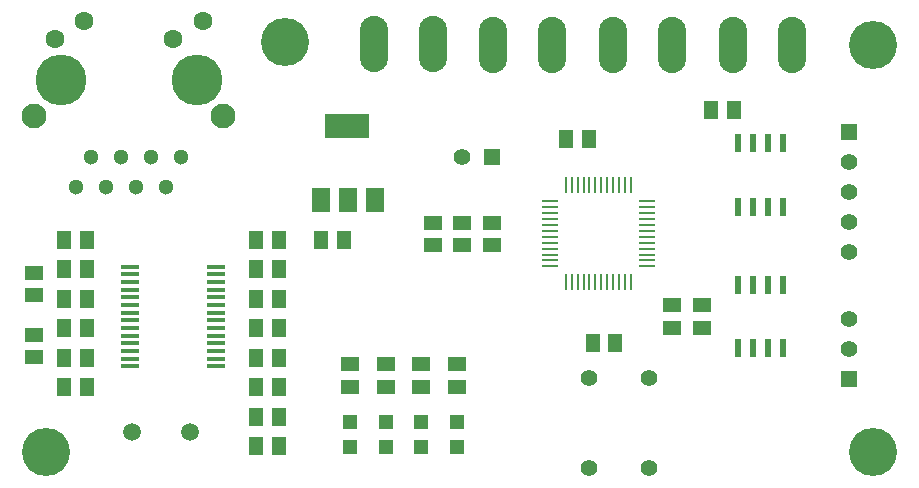
<source format=gts>
%FSLAX46Y46*%
G04 Gerber Fmt 4.6, Leading zero omitted, Abs format (unit mm)*
G04 Created by KiCad (PCBNEW (2014-jul-16 BZR unknown)-product) date Thu 14 Aug 2014 03:55:34 PM CEST*
%MOMM*%
G01*
G04 APERTURE LIST*
%ADD10C,0.020000*%
%ADD11C,1.397000*%
%ADD12R,1.498600X1.300480*%
%ADD13R,1.300480X1.498600*%
%ADD14R,1.198880X1.198880*%
%ADD15C,4.300000*%
%ADD16C,1.300000*%
%ADD17C,1.600000*%
%ADD18C,2.100000*%
%ADD19O,2.379980X4.759960*%
%ADD20R,1.397000X1.397000*%
%ADD21R,0.599440X1.549400*%
%ADD22R,1.498600X0.398780*%
%ADD23R,1.498600X2.006600*%
%ADD24R,3.810000X2.006600*%
%ADD25R,1.400000X0.250000*%
%ADD26R,0.250000X1.400000*%
%ADD27C,1.501140*%
%ADD28C,4.064000*%
G04 APERTURE END LIST*
D10*
D11*
X72990000Y-52510000D03*
X67910000Y-52510000D03*
X72990000Y-44890000D03*
X67910000Y-44890000D03*
D12*
X54700000Y-31747500D03*
X54700000Y-33652500D03*
D13*
X47152500Y-33200000D03*
X45247500Y-33200000D03*
X39747500Y-50700000D03*
X41652500Y-50700000D03*
X39747500Y-48200000D03*
X41652500Y-48200000D03*
D12*
X59700000Y-33652500D03*
X59700000Y-31747500D03*
D13*
X70152500Y-41950000D03*
X68247500Y-41950000D03*
X65997500Y-24700000D03*
X67902500Y-24700000D03*
X80152500Y-22200000D03*
X78247500Y-22200000D03*
X39747500Y-43200000D03*
X41652500Y-43200000D03*
X25402500Y-33200000D03*
X23497500Y-33200000D03*
X25402500Y-45700000D03*
X23497500Y-45700000D03*
X39747500Y-45700000D03*
X41652500Y-45700000D03*
X23497500Y-40700000D03*
X25402500Y-40700000D03*
X41652500Y-40700000D03*
X39747500Y-40700000D03*
D14*
X47700000Y-48650980D03*
X47700000Y-50749020D03*
X56700000Y-48650980D03*
X56700000Y-50749020D03*
X53700000Y-48650980D03*
X53700000Y-50749020D03*
X50700000Y-48650980D03*
X50700000Y-50749020D03*
D13*
X25402500Y-43200000D03*
X23497500Y-43200000D03*
D15*
X34700000Y-19700000D03*
X23200000Y-19700000D03*
D16*
X33396000Y-26222000D03*
X32126000Y-28762000D03*
X30856000Y-26222000D03*
X29586000Y-28762000D03*
X28316000Y-26222000D03*
X27046000Y-28762000D03*
X25776000Y-26222000D03*
X24506000Y-28762000D03*
D17*
X32700000Y-16200000D03*
X35200000Y-14700000D03*
X22700000Y-16200000D03*
X25200000Y-14700000D03*
D18*
X36950000Y-22700000D03*
X20950000Y-22700000D03*
D19*
X85069360Y-16689580D03*
X80070640Y-16689580D03*
X74909360Y-16689580D03*
X69910640Y-16689580D03*
X64749360Y-16689580D03*
X59750640Y-16689580D03*
D20*
X89950000Y-44990000D03*
D11*
X89950000Y-42450000D03*
X89950000Y-39910000D03*
D20*
X59720000Y-26200000D03*
D11*
X57180000Y-26200000D03*
D12*
X77450000Y-38747500D03*
X77450000Y-40652500D03*
X74950000Y-38747500D03*
X74950000Y-40652500D03*
X57200000Y-31747500D03*
X57200000Y-33652500D03*
X47700000Y-43747500D03*
X47700000Y-45652500D03*
X56700000Y-43747500D03*
X56700000Y-45652500D03*
X53700000Y-43747500D03*
X53700000Y-45652500D03*
X50700000Y-43747500D03*
X50700000Y-45652500D03*
D13*
X25402500Y-38200000D03*
X23497500Y-38200000D03*
X23497500Y-35700000D03*
X25402500Y-35700000D03*
X39747500Y-35700000D03*
X41652500Y-35700000D03*
X41652500Y-38200000D03*
X39747500Y-38200000D03*
D12*
X20950000Y-41247500D03*
X20950000Y-43152500D03*
X20950000Y-35997500D03*
X20950000Y-37902500D03*
D13*
X39747500Y-33200000D03*
X41652500Y-33200000D03*
D21*
X84355000Y-25010140D03*
X83085000Y-25010140D03*
X81815000Y-25010140D03*
X80545000Y-25010140D03*
X80545000Y-30407640D03*
X81815000Y-30407640D03*
X83085000Y-30407640D03*
X84355000Y-30407640D03*
D22*
X36324580Y-43924020D03*
X36324580Y-43273780D03*
X36324580Y-42623540D03*
X36324580Y-41973300D03*
X36324580Y-41323060D03*
X36324580Y-40672820D03*
X36324580Y-40022580D03*
X36324580Y-39377420D03*
X36324580Y-38727180D03*
X36324580Y-38076940D03*
X36324580Y-37426700D03*
X36324580Y-36776460D03*
X36324580Y-36126220D03*
X36324580Y-35475980D03*
X29075420Y-35475980D03*
X29075420Y-36126220D03*
X29075420Y-36776460D03*
X29075420Y-37426700D03*
X29075420Y-38076940D03*
X29075420Y-38727180D03*
X29075420Y-39377420D03*
X29075420Y-40022580D03*
X29075420Y-40672820D03*
X29075420Y-41323060D03*
X29075420Y-41973300D03*
X29075420Y-42623540D03*
X29075420Y-43273780D03*
X29075420Y-43924020D03*
D23*
X45189400Y-29849600D03*
X47475400Y-29849600D03*
X49761400Y-29849600D03*
D24*
X47450000Y-23550400D03*
D25*
X64600440Y-31450320D03*
X64600440Y-31950700D03*
X64600440Y-32451080D03*
X64600440Y-32948920D03*
X64600440Y-33449300D03*
X64600440Y-29949180D03*
X64600440Y-30449560D03*
X64600440Y-30949940D03*
D26*
X65949180Y-36799560D03*
X66449560Y-36799560D03*
X66949940Y-36799560D03*
X67450320Y-36799560D03*
X67950700Y-36799560D03*
X68451080Y-36799560D03*
X68948920Y-36799560D03*
X69449300Y-36799560D03*
D25*
X72799560Y-35450820D03*
X72799560Y-34950440D03*
X72799560Y-34450060D03*
X72799560Y-33949680D03*
X72799560Y-33449300D03*
X72799560Y-32948920D03*
X72799560Y-32451080D03*
X72799560Y-31950700D03*
D26*
X71450820Y-28600440D03*
X70950440Y-28600440D03*
X70450060Y-28600440D03*
X69949680Y-28600440D03*
X69449300Y-28600440D03*
X68948920Y-28600440D03*
X68451080Y-28600440D03*
X67950700Y-28600440D03*
D25*
X64600440Y-33949680D03*
X64600440Y-34450060D03*
X64600440Y-34950440D03*
X64600440Y-35450820D03*
D26*
X69949680Y-36799560D03*
X70450060Y-36799560D03*
X70950440Y-36799560D03*
X71450820Y-36799560D03*
D25*
X72799560Y-31450320D03*
X72799560Y-30949940D03*
X72799560Y-30449560D03*
X72799560Y-29949180D03*
D26*
X67450320Y-28600440D03*
X66949940Y-28600440D03*
X66449560Y-28600440D03*
X65949180Y-28600440D03*
D21*
X80545000Y-42389860D03*
X81815000Y-42389860D03*
X83085000Y-42389860D03*
X84355000Y-42389860D03*
X84355000Y-36992360D03*
X83085000Y-36992360D03*
X81815000Y-36992360D03*
X80545000Y-36992360D03*
D27*
X29259060Y-49450000D03*
X34140940Y-49450000D03*
D28*
X42200000Y-16450000D03*
X21950000Y-51200000D03*
X91950000Y-16700000D03*
X91950000Y-51200000D03*
D20*
X89950000Y-24100000D03*
D11*
X89950000Y-26640000D03*
X89950000Y-29180000D03*
X89950000Y-31720000D03*
X89950000Y-34260000D03*
D19*
X54699360Y-16649580D03*
X49700640Y-16649580D03*
M02*

</source>
